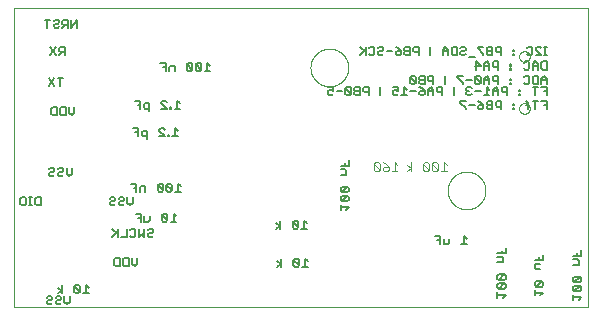
<source format=gbo>
G75*
%MOIN*%
%OFA0B0*%
%FSLAX25Y25*%
%IPPOS*%
%LPD*%
%AMOC8*
5,1,8,0,0,1.08239X$1,22.5*
%
%ADD10C,0.00000*%
%ADD11C,0.00500*%
%ADD12C,0.00300*%
D10*
X0001900Y0003250D02*
X0001900Y0103211D01*
X0193101Y0103211D01*
X0193101Y0003250D01*
X0001900Y0003250D01*
X0100600Y0083250D02*
X0100602Y0083408D01*
X0100608Y0083567D01*
X0100618Y0083725D01*
X0100632Y0083882D01*
X0100650Y0084040D01*
X0100671Y0084196D01*
X0100697Y0084353D01*
X0100727Y0084508D01*
X0100760Y0084663D01*
X0100798Y0084817D01*
X0100839Y0084970D01*
X0100884Y0085121D01*
X0100933Y0085272D01*
X0100986Y0085421D01*
X0101042Y0085569D01*
X0101103Y0085716D01*
X0101166Y0085861D01*
X0101234Y0086004D01*
X0101305Y0086145D01*
X0101379Y0086285D01*
X0101457Y0086423D01*
X0101539Y0086559D01*
X0101624Y0086692D01*
X0101712Y0086824D01*
X0101803Y0086953D01*
X0101898Y0087080D01*
X0101996Y0087204D01*
X0102097Y0087326D01*
X0102201Y0087446D01*
X0102307Y0087563D01*
X0102417Y0087677D01*
X0102530Y0087788D01*
X0102645Y0087896D01*
X0102764Y0088002D01*
X0102884Y0088104D01*
X0103007Y0088204D01*
X0103133Y0088300D01*
X0103261Y0088393D01*
X0103392Y0088483D01*
X0103524Y0088569D01*
X0103659Y0088652D01*
X0103796Y0088732D01*
X0103935Y0088808D01*
X0104075Y0088881D01*
X0104218Y0088950D01*
X0104362Y0089016D01*
X0104507Y0089078D01*
X0104655Y0089136D01*
X0104803Y0089191D01*
X0104953Y0089242D01*
X0105104Y0089289D01*
X0105257Y0089332D01*
X0105410Y0089371D01*
X0105564Y0089407D01*
X0105719Y0089438D01*
X0105875Y0089466D01*
X0106032Y0089490D01*
X0106189Y0089510D01*
X0106347Y0089526D01*
X0106504Y0089538D01*
X0106663Y0089546D01*
X0106821Y0089550D01*
X0106979Y0089550D01*
X0107137Y0089546D01*
X0107296Y0089538D01*
X0107453Y0089526D01*
X0107611Y0089510D01*
X0107768Y0089490D01*
X0107925Y0089466D01*
X0108081Y0089438D01*
X0108236Y0089407D01*
X0108390Y0089371D01*
X0108543Y0089332D01*
X0108696Y0089289D01*
X0108847Y0089242D01*
X0108997Y0089191D01*
X0109145Y0089136D01*
X0109293Y0089078D01*
X0109438Y0089016D01*
X0109582Y0088950D01*
X0109725Y0088881D01*
X0109865Y0088808D01*
X0110004Y0088732D01*
X0110141Y0088652D01*
X0110276Y0088569D01*
X0110408Y0088483D01*
X0110539Y0088393D01*
X0110667Y0088300D01*
X0110793Y0088204D01*
X0110916Y0088104D01*
X0111036Y0088002D01*
X0111155Y0087896D01*
X0111270Y0087788D01*
X0111383Y0087677D01*
X0111493Y0087563D01*
X0111599Y0087446D01*
X0111703Y0087326D01*
X0111804Y0087204D01*
X0111902Y0087080D01*
X0111997Y0086953D01*
X0112088Y0086824D01*
X0112176Y0086692D01*
X0112261Y0086559D01*
X0112343Y0086423D01*
X0112421Y0086285D01*
X0112495Y0086145D01*
X0112566Y0086004D01*
X0112634Y0085861D01*
X0112697Y0085716D01*
X0112758Y0085569D01*
X0112814Y0085421D01*
X0112867Y0085272D01*
X0112916Y0085121D01*
X0112961Y0084970D01*
X0113002Y0084817D01*
X0113040Y0084663D01*
X0113073Y0084508D01*
X0113103Y0084353D01*
X0113129Y0084196D01*
X0113150Y0084040D01*
X0113168Y0083882D01*
X0113182Y0083725D01*
X0113192Y0083567D01*
X0113198Y0083408D01*
X0113200Y0083250D01*
X0113198Y0083092D01*
X0113192Y0082933D01*
X0113182Y0082775D01*
X0113168Y0082618D01*
X0113150Y0082460D01*
X0113129Y0082304D01*
X0113103Y0082147D01*
X0113073Y0081992D01*
X0113040Y0081837D01*
X0113002Y0081683D01*
X0112961Y0081530D01*
X0112916Y0081379D01*
X0112867Y0081228D01*
X0112814Y0081079D01*
X0112758Y0080931D01*
X0112697Y0080784D01*
X0112634Y0080639D01*
X0112566Y0080496D01*
X0112495Y0080355D01*
X0112421Y0080215D01*
X0112343Y0080077D01*
X0112261Y0079941D01*
X0112176Y0079808D01*
X0112088Y0079676D01*
X0111997Y0079547D01*
X0111902Y0079420D01*
X0111804Y0079296D01*
X0111703Y0079174D01*
X0111599Y0079054D01*
X0111493Y0078937D01*
X0111383Y0078823D01*
X0111270Y0078712D01*
X0111155Y0078604D01*
X0111036Y0078498D01*
X0110916Y0078396D01*
X0110793Y0078296D01*
X0110667Y0078200D01*
X0110539Y0078107D01*
X0110408Y0078017D01*
X0110276Y0077931D01*
X0110141Y0077848D01*
X0110004Y0077768D01*
X0109865Y0077692D01*
X0109725Y0077619D01*
X0109582Y0077550D01*
X0109438Y0077484D01*
X0109293Y0077422D01*
X0109145Y0077364D01*
X0108997Y0077309D01*
X0108847Y0077258D01*
X0108696Y0077211D01*
X0108543Y0077168D01*
X0108390Y0077129D01*
X0108236Y0077093D01*
X0108081Y0077062D01*
X0107925Y0077034D01*
X0107768Y0077010D01*
X0107611Y0076990D01*
X0107453Y0076974D01*
X0107296Y0076962D01*
X0107137Y0076954D01*
X0106979Y0076950D01*
X0106821Y0076950D01*
X0106663Y0076954D01*
X0106504Y0076962D01*
X0106347Y0076974D01*
X0106189Y0076990D01*
X0106032Y0077010D01*
X0105875Y0077034D01*
X0105719Y0077062D01*
X0105564Y0077093D01*
X0105410Y0077129D01*
X0105257Y0077168D01*
X0105104Y0077211D01*
X0104953Y0077258D01*
X0104803Y0077309D01*
X0104655Y0077364D01*
X0104507Y0077422D01*
X0104362Y0077484D01*
X0104218Y0077550D01*
X0104075Y0077619D01*
X0103935Y0077692D01*
X0103796Y0077768D01*
X0103659Y0077848D01*
X0103524Y0077931D01*
X0103392Y0078017D01*
X0103261Y0078107D01*
X0103133Y0078200D01*
X0103007Y0078296D01*
X0102884Y0078396D01*
X0102764Y0078498D01*
X0102645Y0078604D01*
X0102530Y0078712D01*
X0102417Y0078823D01*
X0102307Y0078937D01*
X0102201Y0079054D01*
X0102097Y0079174D01*
X0101996Y0079296D01*
X0101898Y0079420D01*
X0101803Y0079547D01*
X0101712Y0079676D01*
X0101624Y0079808D01*
X0101539Y0079941D01*
X0101457Y0080077D01*
X0101379Y0080215D01*
X0101305Y0080355D01*
X0101234Y0080496D01*
X0101166Y0080639D01*
X0101103Y0080784D01*
X0101042Y0080931D01*
X0100986Y0081079D01*
X0100933Y0081228D01*
X0100884Y0081379D01*
X0100839Y0081530D01*
X0100798Y0081683D01*
X0100760Y0081837D01*
X0100727Y0081992D01*
X0100697Y0082147D01*
X0100671Y0082304D01*
X0100650Y0082460D01*
X0100632Y0082618D01*
X0100618Y0082775D01*
X0100608Y0082933D01*
X0100602Y0083092D01*
X0100600Y0083250D01*
X0170128Y0086911D02*
X0170130Y0086995D01*
X0170136Y0087078D01*
X0170146Y0087161D01*
X0170160Y0087244D01*
X0170177Y0087326D01*
X0170199Y0087407D01*
X0170224Y0087486D01*
X0170253Y0087565D01*
X0170286Y0087642D01*
X0170322Y0087717D01*
X0170362Y0087791D01*
X0170405Y0087863D01*
X0170452Y0087932D01*
X0170502Y0087999D01*
X0170555Y0088064D01*
X0170611Y0088126D01*
X0170669Y0088186D01*
X0170731Y0088243D01*
X0170795Y0088296D01*
X0170862Y0088347D01*
X0170931Y0088394D01*
X0171002Y0088439D01*
X0171075Y0088479D01*
X0171150Y0088516D01*
X0171227Y0088550D01*
X0171305Y0088580D01*
X0171384Y0088606D01*
X0171465Y0088629D01*
X0171547Y0088647D01*
X0171629Y0088662D01*
X0171712Y0088673D01*
X0171795Y0088680D01*
X0171879Y0088683D01*
X0171963Y0088682D01*
X0172046Y0088677D01*
X0172130Y0088668D01*
X0172212Y0088655D01*
X0172294Y0088639D01*
X0172375Y0088618D01*
X0172456Y0088594D01*
X0172534Y0088566D01*
X0172612Y0088534D01*
X0172688Y0088498D01*
X0172762Y0088459D01*
X0172834Y0088417D01*
X0172904Y0088371D01*
X0172972Y0088322D01*
X0173037Y0088270D01*
X0173100Y0088215D01*
X0173160Y0088157D01*
X0173218Y0088096D01*
X0173272Y0088032D01*
X0173324Y0087966D01*
X0173372Y0087898D01*
X0173417Y0087827D01*
X0173458Y0087754D01*
X0173497Y0087680D01*
X0173531Y0087604D01*
X0173562Y0087526D01*
X0173589Y0087447D01*
X0173613Y0087366D01*
X0173632Y0087285D01*
X0173648Y0087203D01*
X0173660Y0087120D01*
X0173668Y0087036D01*
X0173672Y0086953D01*
X0173672Y0086869D01*
X0173668Y0086786D01*
X0173660Y0086702D01*
X0173648Y0086619D01*
X0173632Y0086537D01*
X0173613Y0086456D01*
X0173589Y0086375D01*
X0173562Y0086296D01*
X0173531Y0086218D01*
X0173497Y0086142D01*
X0173458Y0086068D01*
X0173417Y0085995D01*
X0173372Y0085924D01*
X0173324Y0085856D01*
X0173272Y0085790D01*
X0173218Y0085726D01*
X0173160Y0085665D01*
X0173100Y0085607D01*
X0173037Y0085552D01*
X0172972Y0085500D01*
X0172904Y0085451D01*
X0172834Y0085405D01*
X0172762Y0085363D01*
X0172688Y0085324D01*
X0172612Y0085288D01*
X0172534Y0085256D01*
X0172456Y0085228D01*
X0172375Y0085204D01*
X0172294Y0085183D01*
X0172212Y0085167D01*
X0172130Y0085154D01*
X0172046Y0085145D01*
X0171963Y0085140D01*
X0171879Y0085139D01*
X0171795Y0085142D01*
X0171712Y0085149D01*
X0171629Y0085160D01*
X0171547Y0085175D01*
X0171465Y0085193D01*
X0171384Y0085216D01*
X0171305Y0085242D01*
X0171227Y0085272D01*
X0171150Y0085306D01*
X0171075Y0085343D01*
X0171002Y0085383D01*
X0170931Y0085428D01*
X0170862Y0085475D01*
X0170795Y0085526D01*
X0170731Y0085579D01*
X0170669Y0085636D01*
X0170611Y0085696D01*
X0170555Y0085758D01*
X0170502Y0085823D01*
X0170452Y0085890D01*
X0170405Y0085959D01*
X0170362Y0086031D01*
X0170322Y0086105D01*
X0170286Y0086180D01*
X0170253Y0086257D01*
X0170224Y0086336D01*
X0170199Y0086415D01*
X0170177Y0086496D01*
X0170160Y0086578D01*
X0170146Y0086661D01*
X0170136Y0086744D01*
X0170130Y0086827D01*
X0170128Y0086911D01*
X0170128Y0069589D02*
X0170130Y0069673D01*
X0170136Y0069756D01*
X0170146Y0069839D01*
X0170160Y0069922D01*
X0170177Y0070004D01*
X0170199Y0070085D01*
X0170224Y0070164D01*
X0170253Y0070243D01*
X0170286Y0070320D01*
X0170322Y0070395D01*
X0170362Y0070469D01*
X0170405Y0070541D01*
X0170452Y0070610D01*
X0170502Y0070677D01*
X0170555Y0070742D01*
X0170611Y0070804D01*
X0170669Y0070864D01*
X0170731Y0070921D01*
X0170795Y0070974D01*
X0170862Y0071025D01*
X0170931Y0071072D01*
X0171002Y0071117D01*
X0171075Y0071157D01*
X0171150Y0071194D01*
X0171227Y0071228D01*
X0171305Y0071258D01*
X0171384Y0071284D01*
X0171465Y0071307D01*
X0171547Y0071325D01*
X0171629Y0071340D01*
X0171712Y0071351D01*
X0171795Y0071358D01*
X0171879Y0071361D01*
X0171963Y0071360D01*
X0172046Y0071355D01*
X0172130Y0071346D01*
X0172212Y0071333D01*
X0172294Y0071317D01*
X0172375Y0071296D01*
X0172456Y0071272D01*
X0172534Y0071244D01*
X0172612Y0071212D01*
X0172688Y0071176D01*
X0172762Y0071137D01*
X0172834Y0071095D01*
X0172904Y0071049D01*
X0172972Y0071000D01*
X0173037Y0070948D01*
X0173100Y0070893D01*
X0173160Y0070835D01*
X0173218Y0070774D01*
X0173272Y0070710D01*
X0173324Y0070644D01*
X0173372Y0070576D01*
X0173417Y0070505D01*
X0173458Y0070432D01*
X0173497Y0070358D01*
X0173531Y0070282D01*
X0173562Y0070204D01*
X0173589Y0070125D01*
X0173613Y0070044D01*
X0173632Y0069963D01*
X0173648Y0069881D01*
X0173660Y0069798D01*
X0173668Y0069714D01*
X0173672Y0069631D01*
X0173672Y0069547D01*
X0173668Y0069464D01*
X0173660Y0069380D01*
X0173648Y0069297D01*
X0173632Y0069215D01*
X0173613Y0069134D01*
X0173589Y0069053D01*
X0173562Y0068974D01*
X0173531Y0068896D01*
X0173497Y0068820D01*
X0173458Y0068746D01*
X0173417Y0068673D01*
X0173372Y0068602D01*
X0173324Y0068534D01*
X0173272Y0068468D01*
X0173218Y0068404D01*
X0173160Y0068343D01*
X0173100Y0068285D01*
X0173037Y0068230D01*
X0172972Y0068178D01*
X0172904Y0068129D01*
X0172834Y0068083D01*
X0172762Y0068041D01*
X0172688Y0068002D01*
X0172612Y0067966D01*
X0172534Y0067934D01*
X0172456Y0067906D01*
X0172375Y0067882D01*
X0172294Y0067861D01*
X0172212Y0067845D01*
X0172130Y0067832D01*
X0172046Y0067823D01*
X0171963Y0067818D01*
X0171879Y0067817D01*
X0171795Y0067820D01*
X0171712Y0067827D01*
X0171629Y0067838D01*
X0171547Y0067853D01*
X0171465Y0067871D01*
X0171384Y0067894D01*
X0171305Y0067920D01*
X0171227Y0067950D01*
X0171150Y0067984D01*
X0171075Y0068021D01*
X0171002Y0068061D01*
X0170931Y0068106D01*
X0170862Y0068153D01*
X0170795Y0068204D01*
X0170731Y0068257D01*
X0170669Y0068314D01*
X0170611Y0068374D01*
X0170555Y0068436D01*
X0170502Y0068501D01*
X0170452Y0068568D01*
X0170405Y0068637D01*
X0170362Y0068709D01*
X0170322Y0068783D01*
X0170286Y0068858D01*
X0170253Y0068935D01*
X0170224Y0069014D01*
X0170199Y0069093D01*
X0170177Y0069174D01*
X0170160Y0069256D01*
X0170146Y0069339D01*
X0170136Y0069422D01*
X0170130Y0069505D01*
X0170128Y0069589D01*
X0146350Y0042250D02*
X0146352Y0042408D01*
X0146358Y0042567D01*
X0146368Y0042725D01*
X0146382Y0042882D01*
X0146400Y0043040D01*
X0146421Y0043196D01*
X0146447Y0043353D01*
X0146477Y0043508D01*
X0146510Y0043663D01*
X0146548Y0043817D01*
X0146589Y0043970D01*
X0146634Y0044121D01*
X0146683Y0044272D01*
X0146736Y0044421D01*
X0146792Y0044569D01*
X0146853Y0044716D01*
X0146916Y0044861D01*
X0146984Y0045004D01*
X0147055Y0045145D01*
X0147129Y0045285D01*
X0147207Y0045423D01*
X0147289Y0045559D01*
X0147374Y0045692D01*
X0147462Y0045824D01*
X0147553Y0045953D01*
X0147648Y0046080D01*
X0147746Y0046204D01*
X0147847Y0046326D01*
X0147951Y0046446D01*
X0148057Y0046563D01*
X0148167Y0046677D01*
X0148280Y0046788D01*
X0148395Y0046896D01*
X0148514Y0047002D01*
X0148634Y0047104D01*
X0148757Y0047204D01*
X0148883Y0047300D01*
X0149011Y0047393D01*
X0149142Y0047483D01*
X0149274Y0047569D01*
X0149409Y0047652D01*
X0149546Y0047732D01*
X0149685Y0047808D01*
X0149825Y0047881D01*
X0149968Y0047950D01*
X0150112Y0048016D01*
X0150257Y0048078D01*
X0150405Y0048136D01*
X0150553Y0048191D01*
X0150703Y0048242D01*
X0150854Y0048289D01*
X0151007Y0048332D01*
X0151160Y0048371D01*
X0151314Y0048407D01*
X0151469Y0048438D01*
X0151625Y0048466D01*
X0151782Y0048490D01*
X0151939Y0048510D01*
X0152097Y0048526D01*
X0152254Y0048538D01*
X0152413Y0048546D01*
X0152571Y0048550D01*
X0152729Y0048550D01*
X0152887Y0048546D01*
X0153046Y0048538D01*
X0153203Y0048526D01*
X0153361Y0048510D01*
X0153518Y0048490D01*
X0153675Y0048466D01*
X0153831Y0048438D01*
X0153986Y0048407D01*
X0154140Y0048371D01*
X0154293Y0048332D01*
X0154446Y0048289D01*
X0154597Y0048242D01*
X0154747Y0048191D01*
X0154895Y0048136D01*
X0155043Y0048078D01*
X0155188Y0048016D01*
X0155332Y0047950D01*
X0155475Y0047881D01*
X0155615Y0047808D01*
X0155754Y0047732D01*
X0155891Y0047652D01*
X0156026Y0047569D01*
X0156158Y0047483D01*
X0156289Y0047393D01*
X0156417Y0047300D01*
X0156543Y0047204D01*
X0156666Y0047104D01*
X0156786Y0047002D01*
X0156905Y0046896D01*
X0157020Y0046788D01*
X0157133Y0046677D01*
X0157243Y0046563D01*
X0157349Y0046446D01*
X0157453Y0046326D01*
X0157554Y0046204D01*
X0157652Y0046080D01*
X0157747Y0045953D01*
X0157838Y0045824D01*
X0157926Y0045692D01*
X0158011Y0045559D01*
X0158093Y0045423D01*
X0158171Y0045285D01*
X0158245Y0045145D01*
X0158316Y0045004D01*
X0158384Y0044861D01*
X0158447Y0044716D01*
X0158508Y0044569D01*
X0158564Y0044421D01*
X0158617Y0044272D01*
X0158666Y0044121D01*
X0158711Y0043970D01*
X0158752Y0043817D01*
X0158790Y0043663D01*
X0158823Y0043508D01*
X0158853Y0043353D01*
X0158879Y0043196D01*
X0158900Y0043040D01*
X0158918Y0042882D01*
X0158932Y0042725D01*
X0158942Y0042567D01*
X0158948Y0042408D01*
X0158950Y0042250D01*
X0158948Y0042092D01*
X0158942Y0041933D01*
X0158932Y0041775D01*
X0158918Y0041618D01*
X0158900Y0041460D01*
X0158879Y0041304D01*
X0158853Y0041147D01*
X0158823Y0040992D01*
X0158790Y0040837D01*
X0158752Y0040683D01*
X0158711Y0040530D01*
X0158666Y0040379D01*
X0158617Y0040228D01*
X0158564Y0040079D01*
X0158508Y0039931D01*
X0158447Y0039784D01*
X0158384Y0039639D01*
X0158316Y0039496D01*
X0158245Y0039355D01*
X0158171Y0039215D01*
X0158093Y0039077D01*
X0158011Y0038941D01*
X0157926Y0038808D01*
X0157838Y0038676D01*
X0157747Y0038547D01*
X0157652Y0038420D01*
X0157554Y0038296D01*
X0157453Y0038174D01*
X0157349Y0038054D01*
X0157243Y0037937D01*
X0157133Y0037823D01*
X0157020Y0037712D01*
X0156905Y0037604D01*
X0156786Y0037498D01*
X0156666Y0037396D01*
X0156543Y0037296D01*
X0156417Y0037200D01*
X0156289Y0037107D01*
X0156158Y0037017D01*
X0156026Y0036931D01*
X0155891Y0036848D01*
X0155754Y0036768D01*
X0155615Y0036692D01*
X0155475Y0036619D01*
X0155332Y0036550D01*
X0155188Y0036484D01*
X0155043Y0036422D01*
X0154895Y0036364D01*
X0154747Y0036309D01*
X0154597Y0036258D01*
X0154446Y0036211D01*
X0154293Y0036168D01*
X0154140Y0036129D01*
X0153986Y0036093D01*
X0153831Y0036062D01*
X0153675Y0036034D01*
X0153518Y0036010D01*
X0153361Y0035990D01*
X0153203Y0035974D01*
X0153046Y0035962D01*
X0152887Y0035954D01*
X0152729Y0035950D01*
X0152571Y0035950D01*
X0152413Y0035954D01*
X0152254Y0035962D01*
X0152097Y0035974D01*
X0151939Y0035990D01*
X0151782Y0036010D01*
X0151625Y0036034D01*
X0151469Y0036062D01*
X0151314Y0036093D01*
X0151160Y0036129D01*
X0151007Y0036168D01*
X0150854Y0036211D01*
X0150703Y0036258D01*
X0150553Y0036309D01*
X0150405Y0036364D01*
X0150257Y0036422D01*
X0150112Y0036484D01*
X0149968Y0036550D01*
X0149825Y0036619D01*
X0149685Y0036692D01*
X0149546Y0036768D01*
X0149409Y0036848D01*
X0149274Y0036931D01*
X0149142Y0037017D01*
X0149011Y0037107D01*
X0148883Y0037200D01*
X0148757Y0037296D01*
X0148634Y0037396D01*
X0148514Y0037498D01*
X0148395Y0037604D01*
X0148280Y0037712D01*
X0148167Y0037823D01*
X0148057Y0037937D01*
X0147951Y0038054D01*
X0147847Y0038174D01*
X0147746Y0038296D01*
X0147648Y0038420D01*
X0147553Y0038547D01*
X0147462Y0038676D01*
X0147374Y0038808D01*
X0147289Y0038941D01*
X0147207Y0039077D01*
X0147129Y0039215D01*
X0147055Y0039355D01*
X0146984Y0039496D01*
X0146916Y0039639D01*
X0146853Y0039784D01*
X0146792Y0039931D01*
X0146736Y0040079D01*
X0146683Y0040228D01*
X0146634Y0040379D01*
X0146589Y0040530D01*
X0146548Y0040683D01*
X0146510Y0040837D01*
X0146477Y0040992D01*
X0146447Y0041147D01*
X0146421Y0041304D01*
X0146400Y0041460D01*
X0146382Y0041618D01*
X0146368Y0041775D01*
X0146358Y0041933D01*
X0146352Y0042092D01*
X0146350Y0042250D01*
D11*
X0143847Y0027002D02*
X0142045Y0027002D01*
X0142946Y0025651D02*
X0143847Y0025651D01*
X0144991Y0026102D02*
X0144991Y0024300D01*
X0146343Y0024300D01*
X0146793Y0024750D01*
X0146793Y0026102D01*
X0143847Y0027002D02*
X0143847Y0024300D01*
X0150885Y0024300D02*
X0152686Y0024300D01*
X0151785Y0024300D02*
X0151785Y0027002D01*
X0152686Y0026102D01*
X0162950Y0021303D02*
X0165652Y0021303D01*
X0165652Y0023105D01*
X0164301Y0022204D02*
X0164301Y0021303D01*
X0164301Y0020159D02*
X0162950Y0020159D01*
X0164301Y0020159D02*
X0164752Y0019708D01*
X0164752Y0018357D01*
X0162950Y0018357D01*
X0163400Y0014265D02*
X0162950Y0013815D01*
X0162950Y0012914D01*
X0163400Y0012464D01*
X0165202Y0014265D01*
X0163400Y0014265D01*
X0165202Y0014265D02*
X0165652Y0013815D01*
X0165652Y0012914D01*
X0165202Y0012464D01*
X0163400Y0012464D01*
X0163400Y0011319D02*
X0162950Y0010869D01*
X0162950Y0009968D01*
X0163400Y0009517D01*
X0165202Y0011319D01*
X0163400Y0011319D01*
X0163400Y0009517D02*
X0165202Y0009517D01*
X0165652Y0009968D01*
X0165652Y0010869D01*
X0165202Y0011319D01*
X0162950Y0008372D02*
X0162950Y0006571D01*
X0162950Y0007472D02*
X0165652Y0007472D01*
X0164752Y0006571D01*
X0175450Y0007267D02*
X0175450Y0009069D01*
X0175450Y0008168D02*
X0178152Y0008168D01*
X0177252Y0007267D01*
X0177702Y0010214D02*
X0175900Y0010214D01*
X0177702Y0012015D01*
X0175900Y0012015D01*
X0175450Y0011565D01*
X0175450Y0010664D01*
X0175900Y0010214D01*
X0177702Y0010214D02*
X0178152Y0010664D01*
X0178152Y0011565D01*
X0177702Y0012015D01*
X0177252Y0016107D02*
X0175900Y0016107D01*
X0175450Y0016557D01*
X0175450Y0017909D01*
X0177252Y0017909D01*
X0176801Y0019053D02*
X0176801Y0019954D01*
X0175450Y0019053D02*
X0178152Y0019053D01*
X0178152Y0020855D01*
X0188150Y0020483D02*
X0190852Y0020483D01*
X0190852Y0022284D01*
X0189501Y0021383D02*
X0189501Y0020483D01*
X0189501Y0019338D02*
X0188150Y0019338D01*
X0189501Y0019338D02*
X0189952Y0018887D01*
X0189952Y0017536D01*
X0188150Y0017536D01*
X0188600Y0013445D02*
X0188150Y0012994D01*
X0188150Y0012093D01*
X0188600Y0011643D01*
X0190402Y0013445D01*
X0188600Y0013445D01*
X0190402Y0013445D02*
X0190852Y0012994D01*
X0190852Y0012093D01*
X0190402Y0011643D01*
X0188600Y0011643D01*
X0188600Y0010498D02*
X0188150Y0010048D01*
X0188150Y0009147D01*
X0188600Y0008697D01*
X0190402Y0010498D01*
X0188600Y0010498D01*
X0190402Y0010498D02*
X0190852Y0010048D01*
X0190852Y0009147D01*
X0190402Y0008697D01*
X0188600Y0008697D01*
X0188150Y0007552D02*
X0188150Y0005750D01*
X0188150Y0006651D02*
X0190852Y0006651D01*
X0189952Y0005750D01*
X0113352Y0036651D02*
X0110650Y0036651D01*
X0110650Y0035750D02*
X0110650Y0037552D01*
X0111100Y0038697D02*
X0112902Y0040498D01*
X0111100Y0040498D01*
X0110650Y0040048D01*
X0110650Y0039147D01*
X0111100Y0038697D01*
X0112902Y0038697D01*
X0113352Y0039147D01*
X0113352Y0040048D01*
X0112902Y0040498D01*
X0112902Y0041643D02*
X0111100Y0041643D01*
X0112902Y0043445D01*
X0111100Y0043445D01*
X0110650Y0042994D01*
X0110650Y0042093D01*
X0111100Y0041643D01*
X0112902Y0041643D02*
X0113352Y0042093D01*
X0113352Y0042994D01*
X0112902Y0043445D01*
X0112452Y0047536D02*
X0110650Y0047536D01*
X0112452Y0047536D02*
X0112452Y0048887D01*
X0112001Y0049338D01*
X0110650Y0049338D01*
X0110650Y0050483D02*
X0113352Y0050483D01*
X0113352Y0052284D01*
X0112001Y0051383D02*
X0112001Y0050483D01*
X0113352Y0036651D02*
X0112452Y0035750D01*
X0099400Y0031302D02*
X0098499Y0032202D01*
X0098499Y0029500D01*
X0099400Y0029500D02*
X0097598Y0029500D01*
X0096453Y0029950D02*
X0094652Y0031752D01*
X0094652Y0029950D01*
X0095102Y0029500D01*
X0096003Y0029500D01*
X0096453Y0029950D01*
X0096453Y0031752D01*
X0096003Y0032202D01*
X0095102Y0032202D01*
X0094652Y0031752D01*
X0090560Y0032202D02*
X0090560Y0029500D01*
X0090560Y0030401D02*
X0089209Y0029500D01*
X0090560Y0030401D02*
X0089209Y0031302D01*
X0090855Y0019502D02*
X0090855Y0016800D01*
X0090855Y0017701D02*
X0089504Y0018602D01*
X0090855Y0017701D02*
X0089504Y0016800D01*
X0094947Y0017250D02*
X0095397Y0016800D01*
X0096298Y0016800D01*
X0096748Y0017250D01*
X0094947Y0019052D01*
X0094947Y0017250D01*
X0096748Y0017250D02*
X0096748Y0019052D01*
X0096298Y0019502D01*
X0095397Y0019502D01*
X0094947Y0019052D01*
X0097893Y0016800D02*
X0099695Y0016800D01*
X0098794Y0016800D02*
X0098794Y0019502D01*
X0099695Y0018602D01*
X0055883Y0031800D02*
X0054081Y0031800D01*
X0054982Y0031800D02*
X0054982Y0034502D01*
X0055883Y0033602D01*
X0052936Y0034052D02*
X0052936Y0032250D01*
X0051135Y0034052D01*
X0051135Y0032250D01*
X0051585Y0031800D01*
X0052486Y0031800D01*
X0052936Y0032250D01*
X0052936Y0034052D02*
X0052486Y0034502D01*
X0051585Y0034502D01*
X0051135Y0034052D01*
X0047043Y0033602D02*
X0047043Y0032250D01*
X0046593Y0031800D01*
X0045241Y0031800D01*
X0045241Y0033602D01*
X0044097Y0033151D02*
X0043196Y0033151D01*
X0044097Y0031800D02*
X0044097Y0034502D01*
X0042295Y0034502D01*
X0040499Y0037250D02*
X0039598Y0038151D01*
X0039598Y0039952D01*
X0038453Y0039502D02*
X0038453Y0039052D01*
X0038003Y0038601D01*
X0037102Y0038601D01*
X0036652Y0038151D01*
X0036652Y0037700D01*
X0037102Y0037250D01*
X0038003Y0037250D01*
X0038453Y0037700D01*
X0040499Y0037250D02*
X0041400Y0038151D01*
X0041400Y0039952D01*
X0042597Y0041800D02*
X0042597Y0044502D01*
X0040795Y0044502D01*
X0041696Y0043151D02*
X0042597Y0043151D01*
X0043741Y0043151D02*
X0043741Y0041800D01*
X0045543Y0041800D02*
X0045543Y0043602D01*
X0044192Y0043602D01*
X0043741Y0043151D01*
X0049635Y0042250D02*
X0050085Y0041800D01*
X0050986Y0041800D01*
X0051436Y0042250D01*
X0049635Y0044052D01*
X0049635Y0042250D01*
X0051436Y0042250D02*
X0051436Y0044052D01*
X0050986Y0044502D01*
X0050085Y0044502D01*
X0049635Y0044052D01*
X0052581Y0044052D02*
X0054383Y0042250D01*
X0053932Y0041800D01*
X0053031Y0041800D01*
X0052581Y0042250D01*
X0052581Y0044052D01*
X0053031Y0044502D01*
X0053932Y0044502D01*
X0054383Y0044052D01*
X0054383Y0042250D01*
X0055528Y0041800D02*
X0057329Y0041800D01*
X0056428Y0041800D02*
X0056428Y0044502D01*
X0057329Y0043602D01*
X0038453Y0039502D02*
X0038003Y0039952D01*
X0037102Y0039952D01*
X0036652Y0039502D01*
X0035507Y0039502D02*
X0035057Y0039952D01*
X0034156Y0039952D01*
X0033705Y0039502D01*
X0034156Y0038601D02*
X0033705Y0038151D01*
X0033705Y0037700D01*
X0034156Y0037250D01*
X0035057Y0037250D01*
X0035507Y0037700D01*
X0035057Y0038601D02*
X0034156Y0038601D01*
X0035057Y0038601D02*
X0035507Y0039052D01*
X0035507Y0039502D01*
X0021150Y0047901D02*
X0020249Y0047000D01*
X0019348Y0047901D01*
X0019348Y0049702D01*
X0018203Y0049252D02*
X0018203Y0048802D01*
X0017753Y0048351D01*
X0016852Y0048351D01*
X0016402Y0047901D01*
X0016402Y0047450D01*
X0016852Y0047000D01*
X0017753Y0047000D01*
X0018203Y0047450D01*
X0021150Y0047901D02*
X0021150Y0049702D01*
X0018203Y0049252D02*
X0017753Y0049702D01*
X0016852Y0049702D01*
X0016402Y0049252D01*
X0015257Y0049252D02*
X0015257Y0048802D01*
X0014807Y0048351D01*
X0013906Y0048351D01*
X0013455Y0047901D01*
X0013455Y0047450D01*
X0013906Y0047000D01*
X0014807Y0047000D01*
X0015257Y0047450D01*
X0015257Y0049252D02*
X0014807Y0049702D01*
X0013906Y0049702D01*
X0013455Y0049252D01*
X0010650Y0039952D02*
X0009299Y0039952D01*
X0008848Y0039502D01*
X0008848Y0037700D01*
X0009299Y0037250D01*
X0010650Y0037250D01*
X0010650Y0039952D01*
X0007703Y0039952D02*
X0006803Y0039952D01*
X0007253Y0039952D02*
X0007253Y0037250D01*
X0007703Y0037250D02*
X0006803Y0037250D01*
X0005739Y0037700D02*
X0005289Y0037250D01*
X0004388Y0037250D01*
X0003938Y0037700D01*
X0003938Y0039502D01*
X0004388Y0039952D01*
X0005289Y0039952D01*
X0005739Y0039502D01*
X0005739Y0037700D01*
X0034562Y0029452D02*
X0036364Y0027651D01*
X0035914Y0028101D02*
X0034562Y0026750D01*
X0036364Y0026750D02*
X0036364Y0029452D01*
X0039310Y0029452D02*
X0039310Y0026750D01*
X0037509Y0026750D01*
X0040455Y0027200D02*
X0040906Y0026750D01*
X0041807Y0026750D01*
X0042257Y0027200D01*
X0042257Y0029002D01*
X0041807Y0029452D01*
X0040906Y0029452D01*
X0040455Y0029002D01*
X0043402Y0029452D02*
X0043402Y0026750D01*
X0044303Y0027651D01*
X0045203Y0026750D01*
X0045203Y0029452D01*
X0046348Y0029002D02*
X0046799Y0029452D01*
X0047700Y0029452D01*
X0048150Y0029002D01*
X0048150Y0028552D01*
X0047700Y0028101D01*
X0046799Y0028101D01*
X0046348Y0027651D01*
X0046348Y0027200D01*
X0046799Y0026750D01*
X0047700Y0026750D01*
X0048150Y0027200D01*
X0042900Y0019702D02*
X0042900Y0017901D01*
X0041999Y0017000D01*
X0041098Y0017901D01*
X0041098Y0019702D01*
X0039953Y0019702D02*
X0038602Y0019702D01*
X0038152Y0019252D01*
X0038152Y0017450D01*
X0038602Y0017000D01*
X0039953Y0017000D01*
X0039953Y0019702D01*
X0037007Y0019702D02*
X0037007Y0017000D01*
X0035656Y0017000D01*
X0035205Y0017450D01*
X0035205Y0019252D01*
X0035656Y0019702D01*
X0037007Y0019702D01*
X0026650Y0009802D02*
X0025749Y0010702D01*
X0025749Y0008000D01*
X0026650Y0008000D02*
X0024848Y0008000D01*
X0023703Y0008450D02*
X0021902Y0010252D01*
X0021902Y0008450D01*
X0022352Y0008000D01*
X0023253Y0008000D01*
X0023703Y0008450D01*
X0023703Y0010252D01*
X0023253Y0010702D01*
X0022352Y0010702D01*
X0021902Y0010252D01*
X0017810Y0010702D02*
X0017810Y0008000D01*
X0017810Y0008901D02*
X0016459Y0009802D01*
X0017810Y0008901D02*
X0016459Y0008000D01*
X0016102Y0006952D02*
X0015652Y0006502D01*
X0016102Y0006952D02*
X0017003Y0006952D01*
X0017453Y0006502D01*
X0017453Y0006052D01*
X0017003Y0005601D01*
X0016102Y0005601D01*
X0015652Y0005151D01*
X0015652Y0004700D01*
X0016102Y0004250D01*
X0017003Y0004250D01*
X0017453Y0004700D01*
X0018598Y0005151D02*
X0018598Y0006952D01*
X0020400Y0006952D02*
X0020400Y0005151D01*
X0019499Y0004250D01*
X0018598Y0005151D01*
X0014507Y0004700D02*
X0014057Y0004250D01*
X0013156Y0004250D01*
X0012705Y0004700D01*
X0012705Y0005151D01*
X0013156Y0005601D01*
X0014057Y0005601D01*
X0014507Y0006052D01*
X0014507Y0006502D01*
X0014057Y0006952D01*
X0013156Y0006952D01*
X0012705Y0006502D01*
X0046087Y0059349D02*
X0046087Y0062052D01*
X0044736Y0062052D01*
X0044286Y0061601D01*
X0044286Y0060700D01*
X0044736Y0060250D01*
X0046087Y0060250D01*
X0043141Y0060250D02*
X0043141Y0062952D01*
X0041339Y0062952D01*
X0042240Y0061601D02*
X0043141Y0061601D01*
X0050179Y0062052D02*
X0050179Y0062502D01*
X0050629Y0062952D01*
X0051530Y0062952D01*
X0051980Y0062502D01*
X0050179Y0062052D02*
X0051980Y0060250D01*
X0050179Y0060250D01*
X0053003Y0060250D02*
X0053453Y0060250D01*
X0053453Y0060700D01*
X0053003Y0060700D01*
X0053003Y0060250D01*
X0054598Y0060250D02*
X0056400Y0060250D01*
X0055499Y0060250D02*
X0055499Y0062952D01*
X0056400Y0062052D01*
X0046837Y0068599D02*
X0046837Y0071302D01*
X0045486Y0071302D01*
X0045036Y0070851D01*
X0045036Y0069950D01*
X0045486Y0069500D01*
X0046837Y0069500D01*
X0043891Y0069500D02*
X0043891Y0072202D01*
X0042089Y0072202D01*
X0042990Y0070851D02*
X0043891Y0070851D01*
X0050929Y0071302D02*
X0050929Y0071752D01*
X0051379Y0072202D01*
X0052280Y0072202D01*
X0052730Y0071752D01*
X0050929Y0071302D02*
X0052730Y0069500D01*
X0050929Y0069500D01*
X0053753Y0069500D02*
X0054203Y0069500D01*
X0054203Y0069950D01*
X0053753Y0069950D01*
X0053753Y0069500D01*
X0055348Y0069500D02*
X0057150Y0069500D01*
X0056249Y0069500D02*
X0056249Y0072202D01*
X0057150Y0071302D01*
X0055364Y0082000D02*
X0055364Y0083802D01*
X0054013Y0083802D01*
X0053562Y0083351D01*
X0053562Y0082000D01*
X0052417Y0082000D02*
X0052417Y0084702D01*
X0050616Y0084702D01*
X0051517Y0083351D02*
X0052417Y0083351D01*
X0059455Y0082450D02*
X0059906Y0082000D01*
X0060807Y0082000D01*
X0061257Y0082450D01*
X0059455Y0084252D01*
X0059455Y0082450D01*
X0061257Y0082450D02*
X0061257Y0084252D01*
X0060807Y0084702D01*
X0059906Y0084702D01*
X0059455Y0084252D01*
X0062402Y0084252D02*
X0064203Y0082450D01*
X0063753Y0082000D01*
X0062852Y0082000D01*
X0062402Y0082450D01*
X0062402Y0084252D01*
X0062852Y0084702D01*
X0063753Y0084702D01*
X0064203Y0084252D01*
X0064203Y0082450D01*
X0065348Y0082000D02*
X0067150Y0082000D01*
X0066249Y0082000D02*
X0066249Y0084702D01*
X0067150Y0083802D01*
X0106391Y0076752D02*
X0108192Y0076752D01*
X0108192Y0075401D01*
X0107292Y0075852D01*
X0106841Y0075852D01*
X0106391Y0075401D01*
X0106391Y0074500D01*
X0106841Y0074050D01*
X0107742Y0074050D01*
X0108192Y0074500D01*
X0109337Y0075401D02*
X0111139Y0075401D01*
X0112284Y0074500D02*
X0112734Y0074050D01*
X0113635Y0074050D01*
X0114086Y0074500D01*
X0112284Y0076302D01*
X0112284Y0074500D01*
X0114086Y0074500D02*
X0114086Y0076302D01*
X0113635Y0076752D01*
X0112734Y0076752D01*
X0112284Y0076302D01*
X0115230Y0076302D02*
X0115230Y0075852D01*
X0115681Y0075401D01*
X0117032Y0075401D01*
X0118177Y0075401D02*
X0118627Y0074951D01*
X0119979Y0074951D01*
X0119979Y0074050D02*
X0119979Y0076752D01*
X0118627Y0076752D01*
X0118177Y0076302D01*
X0118177Y0075401D01*
X0117032Y0074050D02*
X0115681Y0074050D01*
X0115230Y0074500D01*
X0115230Y0074951D01*
X0115681Y0075401D01*
X0115230Y0076302D02*
X0115681Y0076752D01*
X0117032Y0076752D01*
X0117032Y0074050D01*
X0123907Y0074050D02*
X0123907Y0076752D01*
X0127999Y0076752D02*
X0129800Y0076752D01*
X0129800Y0075401D01*
X0128900Y0075852D01*
X0128449Y0075852D01*
X0127999Y0075401D01*
X0127999Y0074500D01*
X0128449Y0074050D01*
X0129350Y0074050D01*
X0129800Y0074500D01*
X0130945Y0074050D02*
X0132747Y0074050D01*
X0131846Y0074050D02*
X0131846Y0076752D01*
X0132747Y0075852D01*
X0133892Y0075401D02*
X0135693Y0075401D01*
X0136838Y0074951D02*
X0137289Y0075401D01*
X0138640Y0075401D01*
X0138640Y0074500D01*
X0138189Y0074050D01*
X0137289Y0074050D01*
X0136838Y0074500D01*
X0136838Y0074951D01*
X0137739Y0076302D02*
X0138640Y0075401D01*
X0139785Y0075401D02*
X0141586Y0075401D01*
X0141586Y0075852D02*
X0141586Y0074050D01*
X0142731Y0075401D02*
X0143182Y0074951D01*
X0144533Y0074951D01*
X0144533Y0074050D02*
X0144533Y0076752D01*
X0143182Y0076752D01*
X0142731Y0076302D01*
X0142731Y0075401D01*
X0141586Y0075852D02*
X0140686Y0076752D01*
X0139785Y0075852D01*
X0139785Y0074050D01*
X0137739Y0076302D02*
X0136838Y0076752D01*
X0137289Y0077750D02*
X0138640Y0077750D01*
X0138640Y0080452D01*
X0137289Y0080452D01*
X0136838Y0080002D01*
X0136838Y0079552D01*
X0137289Y0079101D01*
X0138640Y0079101D01*
X0139785Y0079101D02*
X0140235Y0078651D01*
X0141586Y0078651D01*
X0141586Y0077750D02*
X0141586Y0080452D01*
X0140235Y0080452D01*
X0139785Y0080002D01*
X0139785Y0079101D01*
X0137289Y0079101D02*
X0136838Y0078651D01*
X0136838Y0078200D01*
X0137289Y0077750D01*
X0135693Y0078200D02*
X0133892Y0080002D01*
X0133892Y0078200D01*
X0134342Y0077750D01*
X0135243Y0077750D01*
X0135693Y0078200D01*
X0135693Y0080002D01*
X0135243Y0080452D01*
X0134342Y0080452D01*
X0133892Y0080002D01*
X0145515Y0080452D02*
X0145515Y0077750D01*
X0148462Y0076752D02*
X0148462Y0074050D01*
X0150589Y0071952D02*
X0150589Y0071502D01*
X0152390Y0069700D01*
X0152390Y0069250D01*
X0153535Y0070601D02*
X0155337Y0070601D01*
X0156482Y0070151D02*
X0156932Y0070601D01*
X0158283Y0070601D01*
X0158283Y0069700D01*
X0157833Y0069250D01*
X0156932Y0069250D01*
X0156482Y0069700D01*
X0156482Y0070151D01*
X0157383Y0071502D02*
X0158283Y0070601D01*
X0159428Y0070151D02*
X0159428Y0069700D01*
X0159879Y0069250D01*
X0161230Y0069250D01*
X0161230Y0071952D01*
X0159879Y0071952D01*
X0159428Y0071502D01*
X0159428Y0071052D01*
X0159879Y0070601D01*
X0161230Y0070601D01*
X0162375Y0070601D02*
X0162825Y0070151D01*
X0164176Y0070151D01*
X0164176Y0069250D02*
X0164176Y0071952D01*
X0162825Y0071952D01*
X0162375Y0071502D01*
X0162375Y0070601D01*
X0159879Y0070601D02*
X0159428Y0070151D01*
X0157383Y0071502D02*
X0156482Y0071952D01*
X0158446Y0074050D02*
X0160248Y0074050D01*
X0159347Y0074050D02*
X0159347Y0076752D01*
X0160248Y0075852D01*
X0161393Y0075852D02*
X0161393Y0074050D01*
X0161393Y0075401D02*
X0163194Y0075401D01*
X0163194Y0075852D02*
X0163194Y0074050D01*
X0164339Y0075401D02*
X0164790Y0074951D01*
X0166141Y0074951D01*
X0166141Y0074050D02*
X0166141Y0076752D01*
X0164790Y0076752D01*
X0164339Y0076302D01*
X0164339Y0075401D01*
X0163194Y0075852D02*
X0162293Y0076752D01*
X0161393Y0075852D01*
X0160248Y0077750D02*
X0160248Y0079552D01*
X0159347Y0080452D01*
X0158446Y0079552D01*
X0158446Y0077750D01*
X0157301Y0078200D02*
X0155500Y0080002D01*
X0155500Y0078200D01*
X0155950Y0077750D01*
X0156851Y0077750D01*
X0157301Y0078200D01*
X0157301Y0080002D01*
X0156851Y0080452D01*
X0155950Y0080452D01*
X0155500Y0080002D01*
X0154355Y0079101D02*
X0152553Y0079101D01*
X0151408Y0078200D02*
X0151408Y0077750D01*
X0151408Y0078200D02*
X0149607Y0080002D01*
X0149607Y0080452D01*
X0151408Y0080452D01*
X0153003Y0076752D02*
X0152553Y0076302D01*
X0152553Y0075852D01*
X0153003Y0075401D01*
X0152553Y0074951D01*
X0152553Y0074500D01*
X0153003Y0074050D01*
X0153904Y0074050D01*
X0154355Y0074500D01*
X0153454Y0075401D02*
X0153003Y0075401D01*
X0153904Y0076752D02*
X0154355Y0076302D01*
X0153904Y0076752D02*
X0153003Y0076752D01*
X0155500Y0075401D02*
X0157301Y0075401D01*
X0152390Y0071952D02*
X0150589Y0071952D01*
X0163194Y0077750D02*
X0163194Y0080452D01*
X0161843Y0080452D01*
X0161393Y0080002D01*
X0161393Y0079101D01*
X0161843Y0078651D01*
X0163194Y0078651D01*
X0160248Y0079101D02*
X0158446Y0079101D01*
X0158446Y0082550D02*
X0158446Y0084352D01*
X0159347Y0085252D01*
X0160248Y0084352D01*
X0160248Y0082550D01*
X0161393Y0083901D02*
X0161843Y0083451D01*
X0163194Y0083451D01*
X0163194Y0082550D02*
X0163194Y0085252D01*
X0161843Y0085252D01*
X0161393Y0084802D01*
X0161393Y0083901D01*
X0160248Y0083901D02*
X0158446Y0083901D01*
X0157301Y0083901D02*
X0155950Y0085252D01*
X0155950Y0082550D01*
X0155500Y0083901D02*
X0157301Y0083901D01*
X0155337Y0086900D02*
X0153535Y0086900D01*
X0152390Y0087800D02*
X0151940Y0087350D01*
X0151039Y0087350D01*
X0150589Y0087800D01*
X0150589Y0088251D01*
X0151039Y0088701D01*
X0151940Y0088701D01*
X0152390Y0089152D01*
X0152390Y0089602D01*
X0151940Y0090052D01*
X0151039Y0090052D01*
X0150589Y0089602D01*
X0149444Y0090052D02*
X0148093Y0090052D01*
X0147642Y0089602D01*
X0147642Y0087800D01*
X0148093Y0087350D01*
X0149444Y0087350D01*
X0149444Y0090052D01*
X0146497Y0089152D02*
X0145596Y0090052D01*
X0144696Y0089152D01*
X0144696Y0087350D01*
X0144696Y0088701D02*
X0146497Y0088701D01*
X0146497Y0089152D02*
X0146497Y0087350D01*
X0140604Y0087350D02*
X0140604Y0090052D01*
X0136675Y0090052D02*
X0136675Y0087350D01*
X0136675Y0088251D02*
X0135324Y0088251D01*
X0134874Y0088701D01*
X0134874Y0089602D01*
X0135324Y0090052D01*
X0136675Y0090052D01*
X0133729Y0090052D02*
X0133729Y0087350D01*
X0132378Y0087350D01*
X0131927Y0087800D01*
X0131927Y0088251D01*
X0132378Y0088701D01*
X0133729Y0088701D01*
X0132378Y0088701D02*
X0131927Y0089152D01*
X0131927Y0089602D01*
X0132378Y0090052D01*
X0133729Y0090052D01*
X0130782Y0088701D02*
X0129431Y0088701D01*
X0128981Y0088251D01*
X0128981Y0087800D01*
X0129431Y0087350D01*
X0130332Y0087350D01*
X0130782Y0087800D01*
X0130782Y0088701D01*
X0129882Y0089602D01*
X0128981Y0090052D01*
X0127836Y0088701D02*
X0126034Y0088701D01*
X0124889Y0089152D02*
X0124439Y0088701D01*
X0123538Y0088701D01*
X0123088Y0088251D01*
X0123088Y0087800D01*
X0123538Y0087350D01*
X0124439Y0087350D01*
X0124889Y0087800D01*
X0124889Y0089152D02*
X0124889Y0089602D01*
X0124439Y0090052D01*
X0123538Y0090052D01*
X0123088Y0089602D01*
X0121943Y0089602D02*
X0121943Y0087800D01*
X0121493Y0087350D01*
X0120592Y0087350D01*
X0120141Y0087800D01*
X0118996Y0087350D02*
X0118996Y0090052D01*
X0120141Y0089602D02*
X0120592Y0090052D01*
X0121493Y0090052D01*
X0121943Y0089602D01*
X0118996Y0088251D02*
X0117195Y0090052D01*
X0118546Y0088701D02*
X0117195Y0087350D01*
X0156482Y0089602D02*
X0158283Y0087800D01*
X0158283Y0087350D01*
X0159428Y0087800D02*
X0159879Y0087350D01*
X0161230Y0087350D01*
X0161230Y0090052D01*
X0159879Y0090052D01*
X0159428Y0089602D01*
X0159428Y0089152D01*
X0159879Y0088701D01*
X0161230Y0088701D01*
X0162375Y0088701D02*
X0162375Y0089602D01*
X0162825Y0090052D01*
X0164176Y0090052D01*
X0164176Y0087350D01*
X0164176Y0088251D02*
X0162825Y0088251D01*
X0162375Y0088701D01*
X0159879Y0088701D02*
X0159428Y0088251D01*
X0159428Y0087800D01*
X0158283Y0090052D02*
X0156482Y0090052D01*
X0156482Y0089602D01*
X0167164Y0084352D02*
X0167164Y0083901D01*
X0167614Y0083901D01*
X0167614Y0084352D01*
X0167164Y0084352D01*
X0167164Y0083000D02*
X0167164Y0082550D01*
X0167614Y0082550D01*
X0167614Y0083000D01*
X0167164Y0083000D01*
X0171705Y0083000D02*
X0172156Y0082550D01*
X0173057Y0082550D01*
X0173507Y0083000D01*
X0173507Y0084802D01*
X0173057Y0085252D01*
X0172156Y0085252D01*
X0171705Y0084802D01*
X0174652Y0084352D02*
X0175553Y0085252D01*
X0176453Y0084352D01*
X0176453Y0082550D01*
X0177598Y0083000D02*
X0177598Y0084802D01*
X0178049Y0085252D01*
X0179400Y0085252D01*
X0179400Y0082550D01*
X0178049Y0082550D01*
X0177598Y0083000D01*
X0176453Y0083901D02*
X0174652Y0083901D01*
X0174652Y0084352D02*
X0174652Y0082550D01*
X0175102Y0080452D02*
X0176453Y0080452D01*
X0176453Y0077750D01*
X0175102Y0077750D01*
X0174652Y0078200D01*
X0174652Y0080002D01*
X0175102Y0080452D01*
X0173507Y0080002D02*
X0173507Y0078200D01*
X0173057Y0077750D01*
X0172156Y0077750D01*
X0171705Y0078200D01*
X0174652Y0076752D02*
X0176453Y0076752D01*
X0175553Y0076752D02*
X0175553Y0074050D01*
X0175553Y0071952D02*
X0175553Y0069250D01*
X0173507Y0070601D02*
X0172606Y0070601D01*
X0173057Y0071502D02*
X0173057Y0069250D01*
X0173057Y0071502D02*
X0172606Y0071952D01*
X0174652Y0071952D02*
X0176453Y0071952D01*
X0177598Y0071952D02*
X0179400Y0071952D01*
X0179400Y0069250D01*
X0179400Y0070601D02*
X0178499Y0070601D01*
X0179400Y0074050D02*
X0179400Y0076752D01*
X0177598Y0076752D01*
X0177598Y0077750D02*
X0177598Y0079552D01*
X0178499Y0080452D01*
X0179400Y0079552D01*
X0179400Y0077750D01*
X0179400Y0079101D02*
X0177598Y0079101D01*
X0173507Y0080002D02*
X0173057Y0080452D01*
X0172156Y0080452D01*
X0171705Y0080002D01*
X0167614Y0079552D02*
X0167614Y0079101D01*
X0167164Y0079101D01*
X0167164Y0079552D01*
X0167614Y0079552D01*
X0167614Y0078200D02*
X0167614Y0077750D01*
X0167164Y0077750D01*
X0167164Y0078200D01*
X0167614Y0078200D01*
X0170110Y0075852D02*
X0170110Y0075401D01*
X0170560Y0075401D01*
X0170560Y0075852D01*
X0170110Y0075852D01*
X0170110Y0074500D02*
X0170110Y0074050D01*
X0170560Y0074050D01*
X0170560Y0074500D01*
X0170110Y0074500D01*
X0168596Y0071052D02*
X0168596Y0070601D01*
X0168146Y0070601D01*
X0168146Y0071052D01*
X0168596Y0071052D01*
X0168596Y0069700D02*
X0168596Y0069250D01*
X0168146Y0069250D01*
X0168146Y0069700D01*
X0168596Y0069700D01*
X0178499Y0075401D02*
X0179400Y0075401D01*
X0179400Y0087350D02*
X0178499Y0087350D01*
X0178950Y0087350D02*
X0178950Y0090052D01*
X0179400Y0090052D02*
X0178499Y0090052D01*
X0177436Y0089602D02*
X0176985Y0090052D01*
X0176085Y0090052D01*
X0175634Y0089602D01*
X0175634Y0089152D01*
X0177436Y0087350D01*
X0175634Y0087350D01*
X0174489Y0087800D02*
X0174039Y0087350D01*
X0173138Y0087350D01*
X0172688Y0087800D01*
X0174489Y0087800D02*
X0174489Y0089602D01*
X0174039Y0090052D01*
X0173138Y0090052D01*
X0172688Y0089602D01*
X0168596Y0089152D02*
X0168596Y0088701D01*
X0168146Y0088701D01*
X0168146Y0089152D01*
X0168596Y0089152D01*
X0168596Y0087800D02*
X0168596Y0087350D01*
X0168146Y0087350D01*
X0168146Y0087800D01*
X0168596Y0087800D01*
X0022650Y0096500D02*
X0022650Y0099202D01*
X0020848Y0096500D01*
X0020848Y0099202D01*
X0019703Y0099202D02*
X0018352Y0099202D01*
X0017902Y0098752D01*
X0017902Y0097851D01*
X0018352Y0097401D01*
X0019703Y0097401D01*
X0018803Y0097401D02*
X0017902Y0096500D01*
X0016757Y0096950D02*
X0016307Y0096500D01*
X0015406Y0096500D01*
X0014955Y0096950D01*
X0014955Y0097401D01*
X0015406Y0097851D01*
X0016307Y0097851D01*
X0016757Y0098302D01*
X0016757Y0098752D01*
X0016307Y0099202D01*
X0015406Y0099202D01*
X0014955Y0098752D01*
X0013810Y0099202D02*
X0012009Y0099202D01*
X0012910Y0099202D02*
X0012910Y0096500D01*
X0019703Y0096500D02*
X0019703Y0099202D01*
X0018650Y0090202D02*
X0017299Y0090202D01*
X0016848Y0089752D01*
X0016848Y0088851D01*
X0017299Y0088401D01*
X0018650Y0088401D01*
X0017749Y0088401D02*
X0016848Y0087500D01*
X0015703Y0087500D02*
X0013902Y0090202D01*
X0015703Y0090202D02*
X0013902Y0087500D01*
X0018650Y0087500D02*
X0018650Y0090202D01*
X0018150Y0079702D02*
X0016348Y0079702D01*
X0017249Y0079702D02*
X0017249Y0077000D01*
X0015203Y0077000D02*
X0013402Y0079702D01*
X0015203Y0079702D02*
X0013402Y0077000D01*
X0014656Y0069952D02*
X0016007Y0069952D01*
X0016007Y0067250D01*
X0014656Y0067250D01*
X0014205Y0067700D01*
X0014205Y0069502D01*
X0014656Y0069952D01*
X0017152Y0069502D02*
X0017602Y0069952D01*
X0018953Y0069952D01*
X0018953Y0067250D01*
X0017602Y0067250D01*
X0017152Y0067700D01*
X0017152Y0069502D01*
X0020098Y0069952D02*
X0020098Y0068151D01*
X0020999Y0067250D01*
X0021900Y0068151D01*
X0021900Y0069952D01*
D12*
X0121762Y0051119D02*
X0121762Y0049184D01*
X0122245Y0048700D01*
X0123213Y0048700D01*
X0123697Y0049184D01*
X0121762Y0051119D01*
X0122245Y0051602D01*
X0123213Y0051602D01*
X0123697Y0051119D01*
X0123697Y0049184D01*
X0124708Y0049184D02*
X0124708Y0049667D01*
X0125192Y0050151D01*
X0126643Y0050151D01*
X0126643Y0049184D01*
X0126159Y0048700D01*
X0125192Y0048700D01*
X0124708Y0049184D01*
X0125676Y0051119D02*
X0126643Y0050151D01*
X0125676Y0051119D02*
X0124708Y0051602D01*
X0128622Y0051602D02*
X0129590Y0050635D01*
X0128622Y0051602D02*
X0128622Y0048700D01*
X0127655Y0048700D02*
X0129590Y0048700D01*
X0132754Y0048700D02*
X0134205Y0049667D01*
X0132754Y0050635D01*
X0134205Y0051602D02*
X0134205Y0048700D01*
X0138163Y0049184D02*
X0138163Y0051119D01*
X0140098Y0049184D01*
X0139615Y0048700D01*
X0138647Y0048700D01*
X0138163Y0049184D01*
X0140098Y0049184D02*
X0140098Y0051119D01*
X0139615Y0051602D01*
X0138647Y0051602D01*
X0138163Y0051119D01*
X0141110Y0051119D02*
X0141594Y0051602D01*
X0142561Y0051602D01*
X0143045Y0051119D01*
X0143045Y0049184D01*
X0141110Y0051119D01*
X0141110Y0049184D01*
X0141594Y0048700D01*
X0142561Y0048700D01*
X0143045Y0049184D01*
X0144057Y0048700D02*
X0145991Y0048700D01*
X0145024Y0048700D02*
X0145024Y0051602D01*
X0145991Y0050635D01*
M02*

</source>
